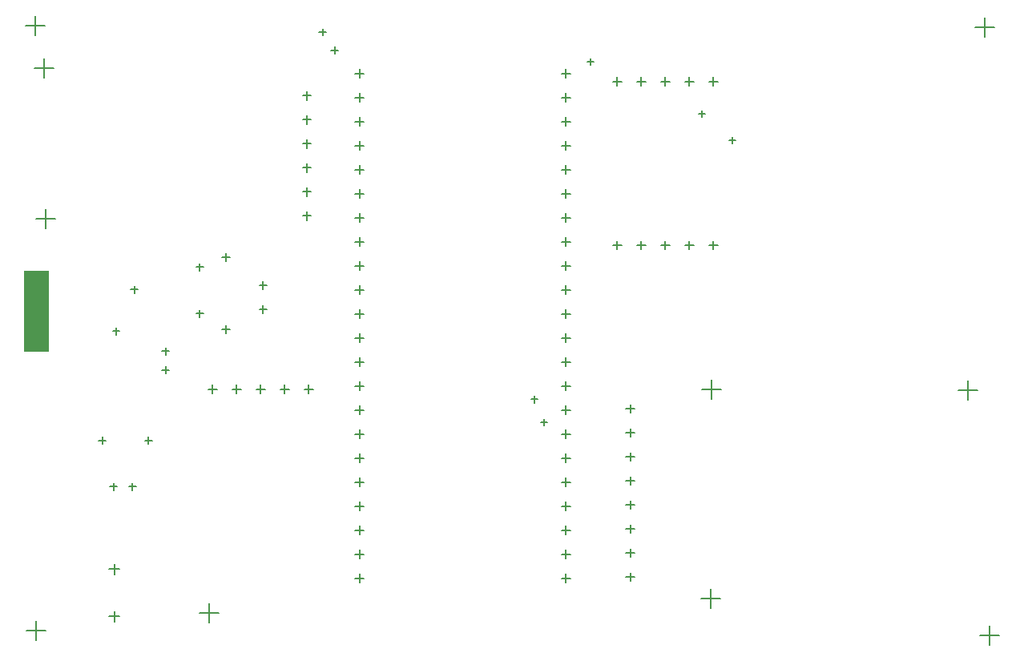
<source format=gbr>
G04*
G04 #@! TF.GenerationSoftware,Altium Limited,Altium Designer,22.4.2 (48)*
G04*
G04 Layer_Color=128*
%FSLAX25Y25*%
%MOIN*%
G70*
G04*
G04 #@! TF.SameCoordinates,35F994A0-CBEB-4DCB-B987-FA79AE394E82*
G04*
G04*
G04 #@! TF.FilePolarity,Positive*
G04*
G01*
G75*
%ADD13C,0.00500*%
G36*
X278296Y259842D02*
X288633D01*
Y225984D01*
X287846D01*
X278296D01*
Y259842D01*
D02*
G37*
D13*
X278677Y361811D02*
X286677D01*
X282677Y357811D02*
Y365811D01*
X675921Y108268D02*
X683921D01*
X679921Y104268D02*
Y112268D01*
X501772Y131890D02*
X505315D01*
X503543Y130118D02*
Y133661D01*
X501772Y141890D02*
X505315D01*
X503543Y140118D02*
Y143661D01*
X501772Y151890D02*
X505315D01*
X503543Y150118D02*
Y153661D01*
X501772Y161890D02*
X505315D01*
X503543Y160118D02*
Y163661D01*
X501772Y171890D02*
X505315D01*
X503543Y170118D02*
Y173661D01*
X501772Y181890D02*
X505315D01*
X503543Y180118D02*
Y183661D01*
X501772Y191890D02*
X505315D01*
X503543Y190118D02*
Y193661D01*
X501772Y201890D02*
X505315D01*
X503543Y200118D02*
Y203661D01*
X501772Y211890D02*
X505315D01*
X503543Y210118D02*
Y213661D01*
X501772Y221890D02*
X505315D01*
X503543Y220118D02*
Y223661D01*
X501772Y231890D02*
X505315D01*
X503543Y230118D02*
Y233661D01*
X501772Y241890D02*
X505315D01*
X503543Y240118D02*
Y243661D01*
X501772Y251890D02*
X505315D01*
X503543Y250118D02*
Y253661D01*
X501772Y261890D02*
X505315D01*
X503543Y260118D02*
Y263661D01*
X501772Y271890D02*
X505315D01*
X503543Y270118D02*
Y273661D01*
X501772Y281890D02*
X505315D01*
X503543Y280118D02*
Y283661D01*
X501772Y291890D02*
X505315D01*
X503543Y290118D02*
Y293661D01*
X501772Y301890D02*
X505315D01*
X503543Y300118D02*
Y303661D01*
X501772Y311890D02*
X505315D01*
X503543Y310118D02*
Y313661D01*
X501772Y321890D02*
X505315D01*
X503543Y320118D02*
Y323661D01*
X501772Y331890D02*
X505315D01*
X503543Y330118D02*
Y333661D01*
X501772Y341890D02*
X505315D01*
X503543Y340118D02*
Y343661D01*
X666866Y210236D02*
X674866D01*
X670866Y206236D02*
Y214236D01*
X559780Y123622D02*
X567779D01*
X563779Y119622D02*
Y127622D01*
X560173Y210630D02*
X568173D01*
X564173Y206630D02*
Y214630D01*
X563110Y338583D02*
X566653D01*
X564882Y336811D02*
Y340354D01*
X553110Y338583D02*
X556653D01*
X554882Y336811D02*
Y340354D01*
X543110Y338583D02*
X546654D01*
X544882Y336811D02*
Y340354D01*
X533110Y338583D02*
X536654D01*
X534882Y336811D02*
Y340354D01*
X523110Y338583D02*
X526653D01*
X524882Y336811D02*
Y340354D01*
X523110Y270472D02*
X526653D01*
X524882Y268701D02*
Y272244D01*
X533110Y270472D02*
X536654D01*
X534882Y268701D02*
Y272244D01*
X543110Y270472D02*
X546654D01*
X544882Y268701D02*
Y272244D01*
X553110Y270472D02*
X556653D01*
X554882Y268701D02*
Y272244D01*
X563110Y270472D02*
X566653D01*
X564882Y268701D02*
Y272244D01*
X313609Y116059D02*
X317940D01*
X315774Y113893D02*
Y118224D01*
X313609Y135744D02*
X317940D01*
X315774Y133578D02*
Y137909D01*
X528543Y202441D02*
X532087D01*
X530315Y200669D02*
Y204213D01*
X528543Y192441D02*
X532087D01*
X530315Y190669D02*
Y194213D01*
X528543Y182441D02*
X532087D01*
X530315Y180669D02*
Y184213D01*
X528543Y172441D02*
X532087D01*
X530315Y170669D02*
Y174213D01*
X528543Y162441D02*
X532087D01*
X530315Y160669D02*
Y164213D01*
X528543Y152441D02*
X532087D01*
X530315Y150669D02*
Y154213D01*
X528543Y142441D02*
X532087D01*
X530315Y140669D02*
Y144213D01*
X528543Y132441D02*
X532087D01*
X530315Y130669D02*
Y134213D01*
X673953Y361024D02*
X681953D01*
X677953Y357024D02*
Y365024D01*
X335508Y226378D02*
X338508D01*
X337008Y224878D02*
Y227878D01*
X335508Y218504D02*
X338508D01*
X337008Y217004D02*
Y220004D01*
X313881Y169996D02*
X316881D01*
X315381Y168496D02*
Y171496D01*
X321755Y169996D02*
X324755D01*
X323255Y168496D02*
Y171496D01*
X309156Y189287D02*
X312156D01*
X310656Y187787D02*
Y190787D01*
X328448Y189287D02*
X331448D01*
X329947Y187787D02*
Y190787D01*
X349681Y242126D02*
X352681D01*
X351181Y240626D02*
Y243626D01*
X349681Y261417D02*
X352681D01*
X351181Y259917D02*
Y262917D01*
X375984Y253819D02*
X379134D01*
X377559Y252244D02*
Y255394D01*
X375984Y243819D02*
X379134D01*
X377559Y242244D02*
Y245394D01*
X360531Y235394D02*
X363878D01*
X362205Y233720D02*
Y237067D01*
X360531Y265394D02*
X363878D01*
X362205Y263720D02*
Y267067D01*
X394843Y210630D02*
X398386D01*
X396614Y208858D02*
Y212402D01*
X384842Y210630D02*
X388386D01*
X386614Y208858D02*
Y212402D01*
X374843Y210630D02*
X378386D01*
X376614Y208858D02*
Y212402D01*
X364843Y210630D02*
X368386D01*
X366614Y208858D02*
Y212402D01*
X354842Y210630D02*
X358386D01*
X356614Y208858D02*
Y212402D01*
X279071Y110236D02*
X287071D01*
X283071Y106236D02*
Y114236D01*
X283008Y281496D02*
X291008D01*
X287008Y277496D02*
Y285496D01*
X282614Y344094D02*
X290614D01*
X286614Y340094D02*
Y348095D01*
X351118Y117618D02*
X359118D01*
X355118Y113618D02*
Y121618D01*
X415945Y341890D02*
X419488D01*
X417717Y340118D02*
Y343661D01*
X415945Y331890D02*
X419488D01*
X417717Y330118D02*
Y333661D01*
X415945Y321890D02*
X419488D01*
X417717Y320118D02*
Y323661D01*
X415945Y311890D02*
X419488D01*
X417717Y310118D02*
Y313661D01*
X415945Y301890D02*
X419488D01*
X417717Y300118D02*
Y303661D01*
X415945Y291890D02*
X419488D01*
X417717Y290118D02*
Y293661D01*
X415945Y281890D02*
X419488D01*
X417717Y280118D02*
Y283661D01*
X415945Y271890D02*
X419488D01*
X417717Y270118D02*
Y273661D01*
X415945Y261890D02*
X419488D01*
X417717Y260118D02*
Y263661D01*
X415945Y251890D02*
X419488D01*
X417717Y250118D02*
Y253661D01*
X415945Y241890D02*
X419488D01*
X417717Y240118D02*
Y243661D01*
X415945Y231890D02*
X419488D01*
X417717Y230118D02*
Y233661D01*
X415945Y221890D02*
X419488D01*
X417717Y220118D02*
Y223661D01*
X415945Y211890D02*
X419488D01*
X417717Y210118D02*
Y213661D01*
X415945Y201890D02*
X419488D01*
X417717Y200118D02*
Y203661D01*
X415945Y191890D02*
X419488D01*
X417717Y190118D02*
Y193661D01*
X415945Y181890D02*
X419488D01*
X417717Y180118D02*
Y183661D01*
X415945Y171890D02*
X419488D01*
X417717Y170118D02*
Y173661D01*
X415945Y161890D02*
X419488D01*
X417717Y160118D02*
Y163661D01*
X415945Y151890D02*
X419488D01*
X417717Y150118D02*
Y153661D01*
X415945Y141890D02*
X419488D01*
X417717Y140118D02*
Y143661D01*
X415945Y131890D02*
X419488D01*
X417717Y130118D02*
Y133661D01*
X393996Y282697D02*
X397539D01*
X395768Y280925D02*
Y284469D01*
X393996Y292697D02*
X397539D01*
X395768Y290925D02*
Y294468D01*
X393996Y302697D02*
X397539D01*
X395768Y300925D02*
Y304468D01*
X393996Y312697D02*
X397539D01*
X395768Y310925D02*
Y314469D01*
X393996Y322697D02*
X397539D01*
X395768Y320925D02*
Y324468D01*
X393996Y332697D02*
X397539D01*
X395768Y330925D02*
Y334469D01*
X512380Y346850D02*
X515179D01*
X513779Y345450D02*
Y348250D01*
X571435Y314173D02*
X574235D01*
X572835Y312773D02*
Y315573D01*
X558836Y325197D02*
X561636D01*
X560236Y323797D02*
Y326597D01*
X405962Y351575D02*
X408762D01*
X407362Y350175D02*
Y352975D01*
X400962Y359055D02*
X403762D01*
X402362Y357655D02*
Y360455D01*
X322616Y251969D02*
X325416D01*
X324016Y250569D02*
Y253368D01*
X493088Y196850D02*
X495888D01*
X494488Y195450D02*
Y198250D01*
X489151Y206299D02*
X491951D01*
X490551Y204899D02*
Y207699D01*
X315135Y234646D02*
X317935D01*
X316535Y233246D02*
Y236046D01*
M02*

</source>
